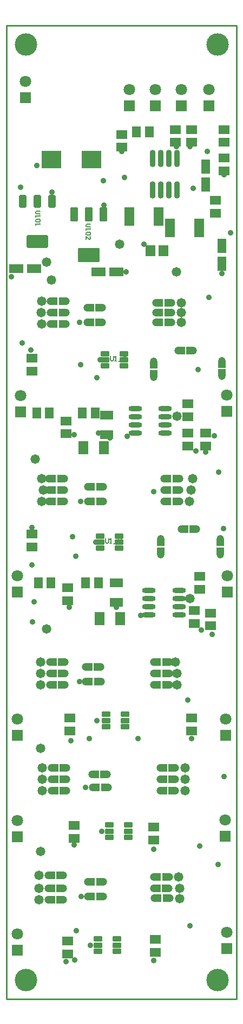
<source format=gts>
G04 Layer_Color=8388736*
%FSLAX25Y25*%
%MOIN*%
G70*
G01*
G75*
%ADD31C,0.01000*%
%ADD32C,0.00591*%
%ADD44R,0.06509X0.05524*%
%ADD45R,0.05524X0.06509*%
G04:AMPARAMS|DCode=46|XSize=33.59mil|YSize=55.24mil|CornerRadius=5.92mil|HoleSize=0mil|Usage=FLASHONLY|Rotation=90.000|XOffset=0mil|YOffset=0mil|HoleType=Round|Shape=RoundedRectangle|*
%AMROUNDEDRECTD46*
21,1,0.03359,0.04341,0,0,90.0*
21,1,0.02175,0.05524,0,0,90.0*
1,1,0.01184,0.02170,0.01088*
1,1,0.01184,0.02170,-0.01088*
1,1,0.01184,-0.02170,-0.01088*
1,1,0.01184,-0.02170,0.01088*
%
%ADD46ROUNDEDRECTD46*%
%ADD47C,0.04737*%
%ADD48R,0.04737X0.04737*%
%ADD49R,0.06115X0.08280*%
%ADD50R,0.07887X0.05328*%
%ADD51R,0.12414X0.10839*%
%ADD52R,0.05524X0.08674*%
%ADD53R,0.05918X0.06902*%
%ADD54R,0.08674X0.05524*%
%ADD55R,0.05834X0.11627*%
%ADD56R,0.04737X0.04737*%
%ADD57O,0.08280X0.03162*%
%ADD58O,0.03556X0.10642*%
G04:AMPARAMS|DCode=59|XSize=43.43mil|YSize=76.9mil|CornerRadius=5.95mil|HoleSize=0mil|Usage=FLASHONLY|Rotation=0.000|XOffset=0mil|YOffset=0mil|HoleType=Round|Shape=RoundedRectangle|*
%AMROUNDEDRECTD59*
21,1,0.04343,0.06500,0,0,0.0*
21,1,0.03154,0.07690,0,0,0.0*
1,1,0.01190,0.01577,-0.03250*
1,1,0.01190,-0.01577,-0.03250*
1,1,0.01190,-0.01577,0.03250*
1,1,0.01190,0.01577,0.03250*
%
%ADD59ROUNDEDRECTD59*%
G04:AMPARAMS|DCode=60|XSize=133.98mil|YSize=76.9mil|CornerRadius=6.07mil|HoleSize=0mil|Usage=FLASHONLY|Rotation=0.000|XOffset=0mil|YOffset=0mil|HoleType=Round|Shape=RoundedRectangle|*
%AMROUNDEDRECTD60*
21,1,0.13398,0.06476,0,0,0.0*
21,1,0.12185,0.07690,0,0,0.0*
1,1,0.01213,0.06093,-0.03238*
1,1,0.01213,-0.06093,-0.03238*
1,1,0.01213,-0.06093,0.03238*
1,1,0.01213,0.06093,0.03238*
%
%ADD60ROUNDEDRECTD60*%
G04:AMPARAMS|DCode=61|XSize=47.37mil|YSize=88.71mil|CornerRadius=5.97mil|HoleSize=0mil|Usage=FLASHONLY|Rotation=0.000|XOffset=0mil|YOffset=0mil|HoleType=Round|Shape=RoundedRectangle|*
%AMROUNDEDRECTD61*
21,1,0.04737,0.07677,0,0,0.0*
21,1,0.03543,0.08871,0,0,0.0*
1,1,0.01194,0.01772,-0.03839*
1,1,0.01194,-0.01772,-0.03839*
1,1,0.01194,-0.01772,0.03839*
1,1,0.01194,0.01772,0.03839*
%
%ADD61ROUNDEDRECTD61*%
G04:AMPARAMS|DCode=62|XSize=135.95mil|YSize=88.71mil|CornerRadius=6.02mil|HoleSize=0mil|Usage=FLASHONLY|Rotation=0.000|XOffset=0mil|YOffset=0mil|HoleType=Round|Shape=RoundedRectangle|*
%AMROUNDEDRECTD62*
21,1,0.13595,0.07667,0,0,0.0*
21,1,0.12392,0.08871,0,0,0.0*
1,1,0.01204,0.06196,-0.03834*
1,1,0.01204,-0.06196,-0.03834*
1,1,0.01204,-0.06196,0.03834*
1,1,0.01204,0.06196,0.03834*
%
%ADD62ROUNDEDRECTD62*%
%ADD63C,0.07099*%
%ADD64R,0.07099X0.07099*%
%ADD65C,0.13800*%
%ADD66C,0.03556*%
%ADD67C,0.05800*%
D31*
X141732Y-598000D02*
Y0D01*
X0D02*
X141732D01*
X0Y-598000D02*
X141732D01*
X0D02*
Y0D01*
D32*
X64000Y-203245D02*
Y-205541D01*
X64459Y-206000D01*
X65377D01*
X65837Y-205541D01*
Y-203245D01*
X66755Y-206000D02*
X67673D01*
X67214D01*
Y-203245D01*
X66755Y-203704D01*
X69051Y-206459D02*
X70888D01*
X71806Y-206000D02*
Y-204163D01*
X72724Y-203245D01*
X73643Y-204163D01*
Y-206000D01*
Y-204623D01*
X71806D01*
X20755Y-114000D02*
X18459D01*
X18000Y-114459D01*
Y-115377D01*
X18459Y-115837D01*
X20755D01*
X18000Y-116755D02*
Y-117673D01*
Y-117214D01*
X20755D01*
X20296Y-116755D01*
Y-119051D02*
X20755Y-119510D01*
Y-120428D01*
X20296Y-120888D01*
X18459D01*
X18000Y-120428D01*
Y-119510D01*
X18459Y-119051D01*
X20296D01*
X18000Y-121806D02*
Y-122724D01*
Y-122265D01*
X20755D01*
X20296Y-121806D01*
X51755Y-122000D02*
X49459D01*
X49000Y-122459D01*
Y-123378D01*
X49459Y-123837D01*
X51755D01*
X49000Y-124755D02*
Y-125673D01*
Y-125214D01*
X51755D01*
X51296Y-124755D01*
Y-127051D02*
X51755Y-127510D01*
Y-128428D01*
X51296Y-128888D01*
X49459D01*
X49000Y-128428D01*
Y-127510D01*
X49459Y-127051D01*
X51296D01*
X49000Y-131643D02*
Y-129806D01*
X50837Y-131643D01*
X51296D01*
X51755Y-131183D01*
Y-130265D01*
X51296Y-129806D01*
X61000Y-315245D02*
Y-317541D01*
X61459Y-318000D01*
X62378D01*
X62837Y-317541D01*
Y-315245D01*
X63755Y-318000D02*
X64673D01*
X64214D01*
Y-315245D01*
X63755Y-315704D01*
X66051Y-318459D02*
X67888D01*
X68806Y-315245D02*
Y-318000D01*
X70183D01*
X70643Y-317541D01*
Y-317082D01*
X70183Y-316622D01*
X68806D01*
X70183D01*
X70643Y-316163D01*
Y-315704D01*
X70183Y-315245D01*
X68806D01*
D44*
X134000Y-71937D02*
D03*
Y-64063D02*
D03*
X104000Y-71874D02*
D03*
Y-64000D02*
D03*
X114000Y-71937D02*
D03*
Y-64063D02*
D03*
X71000Y-74874D02*
D03*
Y-67000D02*
D03*
X91500Y-569437D02*
D03*
Y-561563D02*
D03*
X37500Y-570437D02*
D03*
Y-562563D02*
D03*
X39000Y-433437D02*
D03*
Y-425563D02*
D03*
X41500Y-499437D02*
D03*
Y-491563D02*
D03*
X114000Y-433437D02*
D03*
Y-425563D02*
D03*
X90500Y-500437D02*
D03*
Y-492563D02*
D03*
X15500Y-212437D02*
D03*
Y-204563D02*
D03*
X122500Y-250563D02*
D03*
Y-258437D02*
D03*
X111500Y-240437D02*
D03*
Y-232563D02*
D03*
Y-258437D02*
D03*
Y-250563D02*
D03*
X36500Y-250937D02*
D03*
Y-243063D02*
D03*
X128563Y-107563D02*
D03*
Y-115437D02*
D03*
X134000Y-81500D02*
D03*
Y-89374D02*
D03*
X15500Y-320437D02*
D03*
Y-312563D02*
D03*
X125500Y-361063D02*
D03*
Y-368937D02*
D03*
X119000Y-346437D02*
D03*
Y-338563D02*
D03*
X115500Y-367437D02*
D03*
Y-359563D02*
D03*
X37500Y-353374D02*
D03*
Y-345500D02*
D03*
D45*
X80063Y-65500D02*
D03*
X87937D02*
D03*
X18500Y-238000D02*
D03*
X26374D02*
D03*
X46563D02*
D03*
X54437D02*
D03*
X19500Y-342500D02*
D03*
X27374D02*
D03*
X48563D02*
D03*
X56437D02*
D03*
D46*
X56193Y-561260D02*
D03*
Y-565000D02*
D03*
Y-568740D02*
D03*
X67807D02*
D03*
Y-565000D02*
D03*
Y-561260D02*
D03*
X61193Y-423260D02*
D03*
Y-427000D02*
D03*
Y-430740D02*
D03*
X72807D02*
D03*
Y-427000D02*
D03*
Y-423260D02*
D03*
X72307Y-201760D02*
D03*
Y-205500D02*
D03*
Y-209240D02*
D03*
X60693D02*
D03*
Y-205500D02*
D03*
Y-201760D02*
D03*
X69307Y-313760D02*
D03*
Y-317500D02*
D03*
Y-321240D02*
D03*
X57693D02*
D03*
Y-317500D02*
D03*
Y-313760D02*
D03*
X63193Y-491260D02*
D03*
Y-495000D02*
D03*
Y-498740D02*
D03*
X74807D02*
D03*
Y-495000D02*
D03*
Y-491260D02*
D03*
D47*
X50000Y-526000D02*
D03*
X59500D02*
D03*
X50000Y-535000D02*
D03*
X59500D02*
D03*
X100252Y-523000D02*
D03*
X90752D02*
D03*
X90500Y-530000D02*
D03*
X100000D02*
D03*
X100500Y-536000D02*
D03*
X91000D02*
D03*
X25500Y-522000D02*
D03*
X35000D02*
D03*
Y-530000D02*
D03*
X25500D02*
D03*
Y-537000D02*
D03*
X35000D02*
D03*
X26500Y-405000D02*
D03*
X36000D02*
D03*
X27500Y-470000D02*
D03*
X37000D02*
D03*
X36000Y-398000D02*
D03*
X26500D02*
D03*
X37000Y-463000D02*
D03*
X27500D02*
D03*
X26500Y-391000D02*
D03*
X36000D02*
D03*
X27500Y-456000D02*
D03*
X37000D02*
D03*
X100252Y-405000D02*
D03*
X90752D02*
D03*
X104000Y-470000D02*
D03*
X94500D02*
D03*
X90752Y-398000D02*
D03*
X100252D02*
D03*
X94500Y-463000D02*
D03*
X104000D02*
D03*
X100252Y-391000D02*
D03*
X90752D02*
D03*
X104000Y-456000D02*
D03*
X94500D02*
D03*
X48693Y-403000D02*
D03*
X58193D02*
D03*
X53000Y-468000D02*
D03*
X62500D02*
D03*
X48500Y-394000D02*
D03*
X58000D02*
D03*
X52500Y-460000D02*
D03*
X62000D02*
D03*
X59000Y-182500D02*
D03*
X49500D02*
D03*
X59000Y-173500D02*
D03*
X49500D02*
D03*
X36500Y-183500D02*
D03*
X27000D02*
D03*
Y-176500D02*
D03*
X36500D02*
D03*
Y-169500D02*
D03*
X27000D02*
D03*
X92000Y-182500D02*
D03*
X101500D02*
D03*
Y-176500D02*
D03*
X92000D02*
D03*
Y-170500D02*
D03*
X101500D02*
D03*
X90500Y-216000D02*
D03*
Y-206500D02*
D03*
X132500Y-215500D02*
D03*
Y-206000D02*
D03*
X115000Y-199760D02*
D03*
X105500D02*
D03*
X59500Y-292500D02*
D03*
X50000D02*
D03*
X59437Y-283500D02*
D03*
X49937D02*
D03*
X35500Y-292500D02*
D03*
X26000D02*
D03*
Y-285500D02*
D03*
X35500D02*
D03*
Y-278500D02*
D03*
X26000D02*
D03*
X97000Y-292500D02*
D03*
X106500D02*
D03*
Y-285500D02*
D03*
X97000D02*
D03*
Y-278500D02*
D03*
X106500D02*
D03*
X95000Y-325000D02*
D03*
Y-315500D02*
D03*
X131500Y-325000D02*
D03*
Y-315500D02*
D03*
X117000Y-309500D02*
D03*
X107500D02*
D03*
D48*
X52000Y-526000D02*
D03*
X57500D02*
D03*
X52000Y-535000D02*
D03*
X57500D02*
D03*
X98252Y-523000D02*
D03*
X92752D02*
D03*
X92500Y-530000D02*
D03*
X98000D02*
D03*
X98500Y-536000D02*
D03*
X93000D02*
D03*
X27500Y-522000D02*
D03*
X33000D02*
D03*
Y-530000D02*
D03*
X27500D02*
D03*
Y-537000D02*
D03*
X33000D02*
D03*
X28500Y-405000D02*
D03*
X34000D02*
D03*
X29500Y-470000D02*
D03*
X35000D02*
D03*
X34000Y-398000D02*
D03*
X28500D02*
D03*
X35000Y-463000D02*
D03*
X29500D02*
D03*
X28500Y-391000D02*
D03*
X34000D02*
D03*
X29500Y-456000D02*
D03*
X35000D02*
D03*
X98252Y-405000D02*
D03*
X92752D02*
D03*
X102000Y-470000D02*
D03*
X96500D02*
D03*
X92752Y-398000D02*
D03*
X98252D02*
D03*
X96500Y-463000D02*
D03*
X102000D02*
D03*
X98252Y-391000D02*
D03*
X92752D02*
D03*
X102000Y-456000D02*
D03*
X96500D02*
D03*
X50693Y-403000D02*
D03*
X56193D02*
D03*
X55000Y-468000D02*
D03*
X60500D02*
D03*
X50500Y-394000D02*
D03*
X56000D02*
D03*
X54500Y-460000D02*
D03*
X60000D02*
D03*
X57000Y-182500D02*
D03*
X51500D02*
D03*
X57000Y-173500D02*
D03*
X51500D02*
D03*
X34500Y-183500D02*
D03*
X29000D02*
D03*
Y-176500D02*
D03*
X34500D02*
D03*
Y-169500D02*
D03*
X29000D02*
D03*
X94000Y-182500D02*
D03*
X99500D02*
D03*
Y-176500D02*
D03*
X94000D02*
D03*
Y-170500D02*
D03*
X99500D02*
D03*
X113000Y-199760D02*
D03*
X107500D02*
D03*
X57500Y-292500D02*
D03*
X52000D02*
D03*
X57437Y-283500D02*
D03*
X51937D02*
D03*
X33500Y-292500D02*
D03*
X28000D02*
D03*
Y-285500D02*
D03*
X33500D02*
D03*
Y-278500D02*
D03*
X28000D02*
D03*
X99000Y-292500D02*
D03*
X104500D02*
D03*
Y-285500D02*
D03*
X99000D02*
D03*
Y-278500D02*
D03*
X104500D02*
D03*
X115000Y-309500D02*
D03*
X109500D02*
D03*
D49*
X59799Y-259500D02*
D03*
X47201D02*
D03*
X69799Y-364500D02*
D03*
X57201D02*
D03*
D50*
X61500Y-239595D02*
D03*
Y-251406D02*
D03*
X67500Y-342595D02*
D03*
Y-354405D02*
D03*
D51*
X52303Y-82500D02*
D03*
X27697D02*
D03*
D52*
X132500Y-135476D02*
D03*
Y-146500D02*
D03*
X122500Y-97933D02*
D03*
Y-86910D02*
D03*
D53*
X88563Y-138500D02*
D03*
X96437D02*
D03*
D54*
X17024Y-149500D02*
D03*
X6000D02*
D03*
X56476Y-151500D02*
D03*
X67500D02*
D03*
D55*
X93610Y-117500D02*
D03*
X75500D02*
D03*
X118610Y-124500D02*
D03*
X100500D02*
D03*
D56*
X90500Y-214000D02*
D03*
Y-208500D02*
D03*
X132500Y-213500D02*
D03*
Y-208000D02*
D03*
X95000Y-323000D02*
D03*
Y-317500D02*
D03*
X131500Y-323000D02*
D03*
Y-317500D02*
D03*
D57*
X79248Y-235563D02*
D03*
Y-240563D02*
D03*
Y-245563D02*
D03*
Y-250563D02*
D03*
X97752Y-235563D02*
D03*
Y-240563D02*
D03*
Y-245563D02*
D03*
Y-250563D02*
D03*
X87748Y-347000D02*
D03*
Y-352000D02*
D03*
Y-357000D02*
D03*
Y-362000D02*
D03*
X106252Y-347000D02*
D03*
Y-352000D02*
D03*
Y-357000D02*
D03*
Y-362000D02*
D03*
D58*
X105000Y-81854D02*
D03*
X100000D02*
D03*
X95000D02*
D03*
X90000D02*
D03*
X105000Y-101146D02*
D03*
X100000D02*
D03*
X95000D02*
D03*
X90000D02*
D03*
D59*
X28055Y-108197D02*
D03*
X19000D02*
D03*
X9945D02*
D03*
D60*
X19000Y-132803D02*
D03*
D61*
X59555Y-116000D02*
D03*
X50500D02*
D03*
X41445D02*
D03*
D62*
X50500Y-141000D02*
D03*
D63*
X107500Y-39370D02*
D03*
X124500D02*
D03*
X91500Y-39500D02*
D03*
X75500D02*
D03*
X135500Y-557000D02*
D03*
X6500Y-558000D02*
D03*
X134500Y-488000D02*
D03*
X11500Y-34500D02*
D03*
X8500Y-227500D02*
D03*
X135500Y-227000D02*
D03*
X6500Y-338000D02*
D03*
X136000D02*
D03*
X6500Y-426063D02*
D03*
X135000D02*
D03*
X6500Y-488516D02*
D03*
D64*
X107500Y-49370D02*
D03*
X124500D02*
D03*
X91500Y-49500D02*
D03*
X75500D02*
D03*
X135500Y-567000D02*
D03*
X6500Y-568000D02*
D03*
X134500Y-498000D02*
D03*
X11500Y-44500D02*
D03*
X8500Y-237500D02*
D03*
X135500Y-237000D02*
D03*
X6500Y-348000D02*
D03*
X136000D02*
D03*
X6500Y-436063D02*
D03*
X135000D02*
D03*
X6500Y-498516D02*
D03*
D65*
X129921Y-586614D02*
D03*
X11811D02*
D03*
X129921Y-11811D02*
D03*
X11811D02*
D03*
D66*
X134000Y-91874D02*
D03*
X71000Y-77500D02*
D03*
X104500Y-74437D02*
D03*
X113000D02*
D03*
X126500Y-374000D02*
D03*
X38500Y-357500D02*
D03*
X67500D02*
D03*
X82500Y-362500D02*
D03*
X15500Y-331500D02*
D03*
X17000Y-354000D02*
D03*
X55000Y-317500D02*
D03*
X45500Y-292500D02*
D03*
X63500Y-253500D02*
D03*
X56500Y-250500D02*
D03*
X41445Y-251500D02*
D03*
X74307Y-252500D02*
D03*
X133500Y-309000D02*
D03*
X120000Y-371500D02*
D03*
X128000Y-252000D02*
D03*
X57437Y-205500D02*
D03*
X45063Y-182500D02*
D03*
X3000Y-154500D02*
D03*
X84500Y-134500D02*
D03*
X132500Y-152500D02*
D03*
X123500Y-77500D02*
D03*
X60000Y-110500D02*
D03*
X59500Y-95500D02*
D03*
X28055Y-102500D02*
D03*
X55500Y-427000D02*
D03*
X45000Y-403000D02*
D03*
X39500Y-439500D02*
D03*
X114000Y-438000D02*
D03*
X58500Y-495000D02*
D03*
X119000Y-504000D02*
D03*
X90752Y-574500D02*
D03*
X41945Y-574000D02*
D03*
X46000Y-535000D02*
D03*
X15000Y-199500D02*
D03*
X116500Y-261500D02*
D03*
X73500Y-151500D02*
D03*
X9500Y-195000D02*
D03*
X122500Y-262000D02*
D03*
X118000Y-211500D02*
D03*
X45500Y-208500D02*
D03*
X18500Y-86000D02*
D03*
X124500Y-167000D02*
D03*
X115000Y-100000D02*
D03*
X72500Y-93500D02*
D03*
X8500Y-99500D02*
D03*
X90500Y-286500D02*
D03*
X15500Y-308500D02*
D03*
X42500Y-326000D02*
D03*
X16000Y-366500D02*
D03*
X40500Y-314000D02*
D03*
X51000Y-438000D02*
D03*
X90500Y-506000D02*
D03*
X134000Y-461500D02*
D03*
X130400Y-515600D02*
D03*
X36500Y-575000D02*
D03*
X113000Y-553000D02*
D03*
X43000Y-556000D02*
D03*
X48500Y-468000D02*
D03*
X81000Y-438000D02*
D03*
X111500Y-414500D02*
D03*
X55500Y-216500D02*
D03*
X130500Y-274500D02*
D03*
X51500Y-565000D02*
D03*
X41500Y-503500D02*
D03*
X137795Y-127644D02*
D03*
D67*
X21000Y-507500D02*
D03*
X24500Y-370750D02*
D03*
X22000Y-470000D02*
D03*
X21000Y-391000D02*
D03*
Y-405000D02*
D03*
Y-398000D02*
D03*
X110000Y-470000D02*
D03*
Y-463000D02*
D03*
Y-456000D02*
D03*
X27476Y-156476D02*
D03*
X105000Y-240000D02*
D03*
X21500Y-278500D02*
D03*
X22500Y-285500D02*
D03*
X21500Y-292500D02*
D03*
X114500Y-278500D02*
D03*
X113000Y-352000D02*
D03*
X112500Y-292500D02*
D03*
X113500Y-285500D02*
D03*
X104000Y-391000D02*
D03*
X105000Y-398000D02*
D03*
Y-405000D02*
D03*
X20000Y-522000D02*
D03*
Y-530000D02*
D03*
Y-537000D02*
D03*
X22000Y-463000D02*
D03*
Y-456000D02*
D03*
X106000Y-523000D02*
D03*
X106563Y-530000D02*
D03*
X106500Y-536500D02*
D03*
X104500Y-151500D02*
D03*
X24500Y-145500D02*
D03*
X21500Y-183500D02*
D03*
Y-169500D02*
D03*
X21197Y-176500D02*
D03*
X107500Y-170500D02*
D03*
Y-176500D02*
D03*
Y-182500D02*
D03*
X69520Y-134500D02*
D03*
X21000Y-444000D02*
D03*
X17500Y-266500D02*
D03*
M02*

</source>
